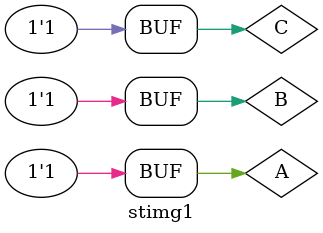
<source format=v>
module stimg1();
reg A,B,C;
wire F;
general1 td(A,B,C,F);
initial
begin
#10 A=0;B=0;C=0;
#10 A=0;B=0;C=1;
#10 A=0;B=1;C=0;
#10 A=0;B=1;C=1;
#10 A=1;B=0;C=0;
#10 A=1;B=0;C=1;
#10 A=1;B=1;C=0;
#10 A=1;B=1;C=1;
end
initial 
begin
#2 $monitor("A=%b,B=%b,C=%b,F=%b",A,B,C,F);
end
endmodule
</source>
